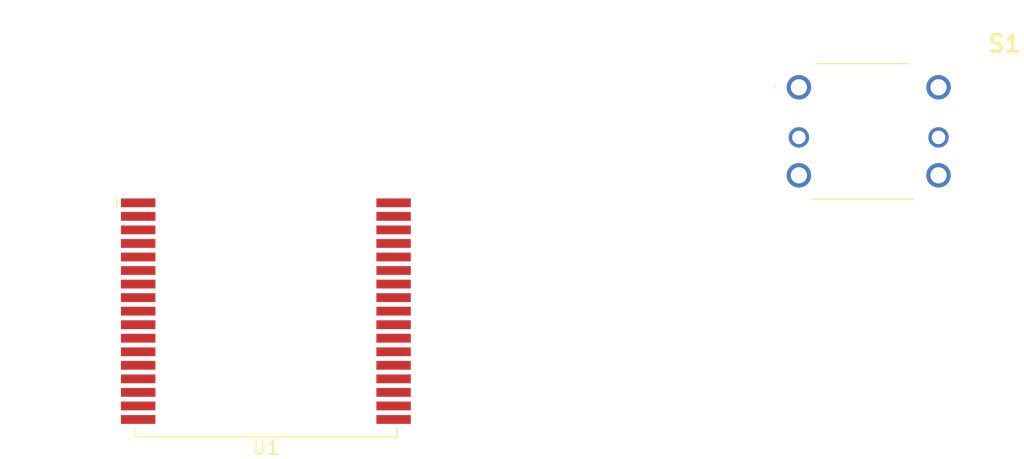
<source format=kicad_pcb>
(kicad_pcb (version 20200829) (generator pcbnew)

  (general
    (thickness 1.6)
  )

  (paper "A4")
  (layers
    (0 "F.Cu" signal)
    (31 "B.Cu" signal)
    (32 "B.Adhes" user)
    (33 "F.Adhes" user)
    (34 "B.Paste" user)
    (35 "F.Paste" user)
    (36 "B.SilkS" user)
    (37 "F.SilkS" user)
    (38 "B.Mask" user)
    (39 "F.Mask" user)
    (40 "Dwgs.User" user)
    (41 "Cmts.User" user)
    (42 "Eco1.User" user)
    (43 "Eco2.User" user)
    (44 "Edge.Cuts" user)
    (45 "Margin" user)
    (46 "B.CrtYd" user)
    (47 "F.CrtYd" user)
    (48 "B.Fab" user)
    (49 "F.Fab" user)
  )

  (setup
    (pcbplotparams
      (layerselection 0x010fc_ffffffff)
      (usegerberextensions false)
      (usegerberattributes true)
      (usegerberadvancedattributes true)
      (creategerberjobfile true)
      (svguseinch false)
      (svgprecision 6)
      (excludeedgelayer true)
      (linewidth 0.100000)
      (plotframeref false)
      (viasonmask false)
      (mode 1)
      (useauxorigin false)
      (hpglpennumber 1)
      (hpglpenspeed 20)
      (hpglpendiameter 15.000000)
      (psnegative false)
      (psa4output false)
      (plotreference true)
      (plotvalue true)
      (plotinvisibletext false)
      (sketchpadsonfab false)
      (subtractmaskfromsilk false)
      (outputformat 1)
      (mirror false)
      (drillshape 1)
      (scaleselection 1)
      (outputdirectory "")
    )
  )


  (net 0 "")
  (net 1 "Net-(U1-Pad32)")
  (net 2 "Net-(U1-Pad31)")
  (net 3 "Net-(U1-Pad30)")
  (net 4 "Net-(U1-Pad25)")
  (net 5 "Net-(U1-Pad22)")
  (net 6 "Net-(U1-Pad21)")
  (net 7 "Net-(U1-Pad19)")
  (net 8 "Net-(U1-Pad16)")
  (net 9 "Net-(U1-Pad5)")
  (net 10 "/SW_D")
  (net 11 "/SW_E")
  (net 12 "GND")
  (net 13 "/SW_C")
  (net 14 "/SW_B")
  (net 15 "/SW_A")
  (net 16 "Net-(J2-Pad4)")
  (net 17 "Net-(J2-Pad2)")
  (net 18 "/SW1")
  (net 19 "/LED3")
  (net 20 "/VCC+3")
  (net 21 "/SDA")
  (net 22 "/SCL")
  (net 23 "Net-(J3-Pad1)")
  (net 24 "Net-(J3-Pad2)")
  (net 25 "Net-(J3-Pad3)")
  (net 26 "Net-(J3-Pad4)")
  (net 27 "Net-(J3-Pad5)")
  (net 28 "Net-(J3-Pad6)")
  (net 29 "/RESET")

  (module "RF_Module:DecaWave_DWM1001" (layer "F.Cu") (tedit 5AE22EC1) (tstamp 49e1ffc1-acff-459f-bdb2-6cd2b1211bfa)
    (at 116.9416 109.3724)
    (descr "https://www.decawave.com/sites/default/files/dwm1001_datasheet.pdf")
    (tags "UWB module")
    (property "Sheet file" "/Users/jonkelley/Development/Olin/RealWorldMicroControllers-FA2020/rwmc-project/packages/mobile-tag/mobile-tag.kicad_sch")
    (property "Sheet name" "")
    (path "/e66377eb-9f93-43b5-8867-9a73497f44cd")
    (attr smd)
    (fp_text reference "U1" (at 0 9.955) (layer "F.SilkS")
      (effects (font (size 1 1) (thickness 0.15)))
      (tstamp 8d7efdc9-7e93-4676-a615-ab7400b45428)
    )
    (fp_text value "DWM1001" (at 0 -18.045) (layer "F.Fab")
      (effects (font (size 1 1) (thickness 0.15)))
      (tstamp 5dc3e5a6-5350-4fa8-ac8c-d7569296a593)
    )
    (fp_text user "No bare Cu" (at 5.645 -8.18) (layer "Cmts.User")
      (effects (font (size 0.15 0.15) (thickness 0.0225)))
      (tstamp 3650e9be-1f81-4b02-9a87-847b64824fbb)
    )
    (fp_text user "No bare Cu" (at -5.665 8.12) (layer "Cmts.User")
      (effects (font (size 0.15 0.15) (thickness 0.0225)))
      (tstamp 6720d710-4d5f-483c-93bf-2e786748e050)
    )
    (fp_text user "KEEP-OUT ZONE" (at 0 -13) (layer "Cmts.User")
      (effects (font (size 1 1) (thickness 0.15)))
      (tstamp 78642ac5-bcef-4fed-84f0-535aeae1c074)
    )
    (fp_text user "No components, traces, or copper on any layer" (at 0 -11.5) (layer "Cmts.User")
      (effects (font (size 0.5 0.5) (thickness 0.075)))
      (tstamp 94597319-f4b5-4f74-b1f4-aa49c5c62a21)
    )
    (fp_text user "${REFERENCE}" (at 0 0) (layer "F.Fab")
      (effects (font (size 1 1) (thickness 0.15)))
      (tstamp 9913ff12-948d-4724-8b8a-37fc1043549e)
    )
    (fp_line (start -11 -7.8) (end -11 -8.46) (layer "F.SilkS") (width 0.12) (tstamp 5d947212-9a7c-4b21-a7d4-85b9a38334de))
    (fp_line (start -9.685 8.46) (end -9.685 9.14) (layer "F.SilkS") (width 0.12) (tstamp 8cf44ce3-77ee-484a-a24c-9ea0188dea84))
    (fp_line (start 9.685 9.14) (end -9.685 9.14) (layer "F.SilkS") (width 0.12) (tstamp 95446593-f7f4-454f-a3e6-3c47c17c0649))
    (fp_line (start 9.685 8.46) (end 9.685 9.14) (layer "F.SilkS") (width 0.12) (tstamp 97aa2b23-a9ed-4651-9c1a-5dfc63749c79))
    (fp_line (start 5.345 -7.88) (end 5.945 -8.48) (layer "Dwgs.User") (width 0.1) (tstamp 073a0bc9-f1d5-4452-b99c-49af5c2de87c))
    (fp_line (start -19.565 -15.11) (end -17.565 -17.11) (layer "Dwgs.User") (width 0.1) (tstamp 1c68afa1-18bf-42bf-bd8f-29f25e2713ef))
    (fp_line (start 3.975 -8.65) (end 12.435 -17.11) (layer "Dwgs.User") (width 0.1) (tstamp 20422d51-b5dd-41ae-97d6-8b69ef4ac829))
    (fp_line (start 19.565 -8.63) (end 19.565 -17.11) (layer "Dwgs.User") (width 0.1) (tstamp 261d5ae1-1a13-41e4-9677-17ade10bb2f2))
    (fp_line (start -0.025 -8.65) (end 8.435 -17.11) (layer "Dwgs.User") (width 0.1) (tstamp 27ac6215-fbd8-413a-8b83-a013dc462b28))
    (fp_line (start -19.565 -13.11) (end -15.565 -17.11) (layer "Dwgs.User") (width 0.1) (tstamp 293a53f7-d2f8-4c45-b99f-7f6f670635cf))
    (fp_line (start -16.025 -8.65) (end -7.565 -17.11) (layer "Dwgs.User") (width 0.1) (tstamp 2db28892-55f9-4030-a35d-2a33c4a07a88))
    (fp_line (start -19.565 -11.11) (end -13.565 -17.11) (layer "Dwgs.User") (width 0.1) (tstamp 398cc42f-3e03-4d91-b522-c82224914236))
    (fp_line (start 5.975 -8.65) (end 14.435 -17.11) (layer "Dwgs.User") (width 0.1) (tstamp 427a47db-4ecd-4dad-8261-1cacf3e6060a))
    (fp_line (start 6.395 -7.88) (end 6.395 -8.48) (layer "Dwgs.User") (width 0.1) (tstamp 4617b858-bdbf-4259-97ad-eae816117f7f))
    (fp_line (start 1.975 -8.65) (end 10.435 -17.11) (layer "Dwgs.User") (width 0.1) (tstamp 47ba18b0-20f1-4611-9c7a-2b2cf2fe259b))
    (fp_line (start -4.025 -8.65) (end 4.435 -17.11) (layer "Dwgs.User") (width 0.1) (tstamp 4b59d9fc-4ee5-4d79-98e7-77b07e018007))
    (fp_line (start 15.975 -8.65) (end 19.565 -12.24) (layer "Dwgs.User") (width 0.1) (tstamp 4bd2c6b1-9781-45c7-9959-11e2f56741c4))
    (fp_line (start -4.915 8.42) (end -6.415 8.42) (layer "Dwgs.User") (width 0.1) (tstamp 5775a0c1-cc18-493c-a5c8-72c4e4bfae5d))
    (fp_line (start -6.415 8.42) (end -6.415 7.82) (layer "Dwgs.User") (width 0.1) (tstamp 5845c514-f591-4952-aeb8-ec5eff33ef90))
    (fp_line (start 9.975 -8.65) (end 18.435 -17.11) (layer "Dwgs.User") (width 0.1) (tstamp 58d71552-70fa-4a3d-b17f-54396fdac22e))
    (fp_line (start -12.025 -8.65) (end -3.565 -17.11) (layer "Dwgs.User") (width 0.1) (tstamp 6931b92d-7036-4d17-aed7-40fdbb10e193))
    (fp_line (start -10.025 -8.65) (end -1.565 -17.11) (layer "Dwgs.User") (width 0.1) (tstamp 6da8da23-da6c-40b0-a653-6bef03a75d20))
    (fp_line (start 6.395 -7.88) (end 4.895 -7.88) (layer "Dwgs.User") (width 0.1) (tstamp 745b2260-c3ba-4f8e-956f-6151d317c986))
    (fp_line (start 13.975 -8.65) (end 19.565 -14.24) (layer "Dwgs.User") (width 0.1) (tstamp 7967864a-06a2-413d-a2e3-996aba10622f))
    (fp_line (start -6.025 -8.65) (end 2.435 -17.11) (layer "Dwgs.User") (width 0.1) (tstamp 80f0bbc4-f596-4110-922d-826eef7703a6))
    (fp_line (start -19.565 -8.63) (end -19.565 -17.11) (layer "Dwgs.User") (width 0.1) (tstamp 88899e1c-24bc-4c95-8e0c-2e53ffebc644))
    (fp_line (start -2.025 -8.65) (end 6.435 -17.11) (layer "Dwgs.User") (width 0.1) (tstamp 9f50ad17-c1be-42a3-b3dc-17c748150943))
    (fp_line (start 4.895 -7.88) (end 4.895 -8.48) (layer "Dwgs.User") (width 0.1) (tstamp a702363f-bf64-459c-9661-c0b25a7ae0d4))
    (fp_line (start 19.565 -8.63) (end -19.565 -8.63) (layer "Dwgs.User") (width 0.1) (tstamp b27a82a4-7f5e-4ea2-8e90-f893928233ff))
    (fp_line (start 19.565 -17.11) (end -19.565 -17.11) (layer "Dwgs.User") (width 0.1) (tstamp b2fed8b3-140d-4b63-bcf0-386378662a3b))
    (fp_line (start 6.395 -8.48) (end 4.895 -8.48) (layer "Dwgs.User") (width 0.1) (tstamp b69bd476-3db7-457c-8670-227d6fdaf7d0))
    (fp_line (start -19.565 -9.11) (end -11.565 -17.11) (layer "Dwgs.User") (width 0.1) (tstamp c359ced3-4780-46d7-b5d4-7ce0801eb3bf))
    (fp_line (start -14.025 -8.65) (end -5.565 -17.11) (layer "Dwgs.User") (width 0.1) (tstamp d80cd5dc-7820-4aba-b851-d4dab334c4cd))
    (fp_line (start 11.975 -8.65) (end 19.565 -16.24) (layer "Dwgs.User") (width 0.1) (tstamp da735a46-f0f3-4704-a188-aae9e119aff2))
    (fp_line (start -8.025 -8.65) (end 0.435 -17.11) (layer "Dwgs.User") (width 0.1) (tstamp e8eea2a6-4a44-4cb7-8f0a-e216c775aadb))
    (fp_line (start -4.915 7.82) (end -6.415 7.82) (layer "Dwgs.User") (width 0.1) (tstamp ec5fa9f5-32c6-4bb4-a209-44b4fddcdb7b))
    (fp_line (start -4.915 8.42) (end -4.915 7.82) (layer "Dwgs.User") (width 0.1) (tstamp ee609a76-8f04-4e03-b0bb-aed694491c3d))
    (fp_line (start -5.965 8.42) (end -5.365 7.82) (layer "Dwgs.User") (width 0.1) (tstamp f7625141-3996-4d8f-a6f5-c64cf6efba25))
    (fp_line (start -18.025 -8.65) (end -9.565 -17.11) (layer "Dwgs.User") (width 0.1) (tstamp fde5c20f-3d49-46e0-8855-836ae47601ee))
    (fp_line (start 17.975 -8.65) (end 19.565 -10.24) (layer "Dwgs.User") (width 0.1) (tstamp fe5530e2-3f54-4043-8f92-09df38cf5d57))
    (fp_line (start 7.975 -8.65) (end 16.435 -17.11) (layer "Dwgs.User") (width 0.1) (tstamp ff1fe720-3f84-431e-80de-0fca754aa00b))
    (fp_line (start -10.94 9.27) (end 10.94 9.27) (layer "F.CrtYd") (width 0.05) (tstamp 0b7d8793-598a-4ee4-a0bd-0f8b7f0d9ff5))
    (fp_line (start -10.94 -17.36) (end -10.94 9.27) (layer "F.CrtYd") (width 0.05) (tstamp 0d6a9069-ceef-4b86-a886-c9765a42c265))
    (fp_line (start 10.94 -17.36) (end 10.94 9.27) (layer "F.CrtYd") (width 0.05) (tstamp 572806d5-1309-4b93-b85e-84956663a9c4))
    (fp_line (start -10.94 -17.36) (end 10.94 -17.36) (layer "F.CrtYd") (width 0.05) (tstamp 85c0ccbb-b2a0-4ab4-b51b-c34ace4c8e44))
    (fp_line (start -8.265 -8.25) (end -8.265 8.25) (layer "F.Fab") (width 0.1) (tstamp 074410c7-3025-40e2-912a-03afe10cf557))
    (fp_line (start 9.565 -8.63) (end -9.565 -8.63) (layer "F.Fab") (width 0.1) (tstamp 15cca62c-d37d-4aaf-b5e7-ff7d825f17cd))
    (fp_line (start -9.565 9.02) (end -9.565 -7.63) (layer "F.Fab") (width 0.1) (tstamp 25e2f26a-b8cc-451f-a41d-b3743e81eba4))
    (fp_line (start -9.565 -8.63) (end -9.565 -17.11) (layer "F.Fab") (width 0.1) (tstamp 380ac133-3d4b-444b-b8e1-36e49352fe27))
    (fp_line (start 9.565 9.02) (end 9.565 -17.11) (layer "F.Fab") (width 0.1) (tstamp 681074c8-48a2-403a-bb30-8cec22e3e44c))
    (fp_line (start 9.565 -17.11) (end -9.565 -17.11) (layer "F.Fab") (width 0.1) (tstamp 83f30dd8-49c4-47cd-917d-590ba0850093))
    (fp_line (start -9.565 -8.63) (end -9.065 -8.13) (layer "F.Fab") (width 0.1) (tstamp 9a168d14-6932-4c7d-9d91-4d4ec5e66aa2))
    (fp_line (start 8.235 -8.25) (end 8.235 8.25) (layer "F.Fab") (width 0.1) (tstamp 9cc86396-6e72-4587-bc79-b010ebd43767))
    (fp_line (start -9.065 -8.13) (end -9.565 -7.63) (layer "F.Fab") (width 0.1) (tstamp 9deeb2cd-47ab-4528-aa8c-53a3ac6dc8ac))
    (fp_line (start -8.265 8.25) (end 8.235 8.25) (layer "F.Fab") (width 0.1) (tstamp c878f2d2-d9b6-4a2c-b83d-82d8b90d326d))
    (fp_line (start -8.265 -8.25) (end 8.235 -8.25) (layer "F.Fab") (width 0.1) (tstamp ce3c7f0b-b8b1-44f7-96bb-6693d8b26e87))
    (fp_line (start 9.565 9.02) (end -9.565 9.02) (layer "F.Fab") (width 0.1) (tstamp d730c7ae-5457-4682-90c2-551d00f6706e))
    (pad "" np_thru_hole circle (at -2.435 6.82) (size 1 1) (drill 1) (layers *.Cu *.Mask) (tstamp 67b3bc8a-6714-4234-88fc-d2a53ff5dc53))
    (pad "1" smd rect (at -9.42 -8.13) (size 2.54 0.65) (layers "F.Cu" "F.Paste" "F.Mask")
      (net 12 "GND") (pinfunction "GND") (tstamp 8cda1587-adae-41d5-a027-41360afe2cee))
    (pad "2" smd rect (at -9.42 -7.13) (size 2.54 0.65) (layers "F.Cu" "F.Paste" "F.Mask")
      (net 16 "Net-(J2-Pad4)") (pinfunction "SWD_CLK") (tstamp f1b89a5f-0edc-487d-8ab2-c46a4b83538e))
    (pad "3" smd rect (at -9.42 -6.13) (size 2.54 0.65) (layers "F.Cu" "F.Paste" "F.Mask")
      (net 17 "Net-(J2-Pad2)") (pinfunction "SWD_DIO") (tstamp 7007e422-a42a-4d83-a6cf-95d33400e3c6))
    (pad "4" smd rect (at -9.42 -5.13) (size 2.54 0.65) (layers "F.Cu" "F.Paste" "F.Mask")
      (net 15 "/SW_A") (pinfunction "GPIO_10") (tstamp 316901d4-25e1-4b6e-b8e9-531508e7dd18))
    (pad "5" smd rect (at -9.42 -4.13) (size 2.54 0.65) (layers "F.Cu" "F.Paste" "F.Mask")
      (net 9 "Net-(U1-Pad5)") (pinfunction "GPIO_9") (tstamp 0a75495d-5dd9-4fe4-8612-b90ccfff2cc0))
    (pad "6" smd rect (at -9.42 -3.13) (size 2.54 0.65) (layers "F.Cu" "F.Paste" "F.Mask")
      (net 14 "/SW_B") (pinfunction "GPIO_12") (tstamp f1b87a5f-2b49-4e45-b733-4b3a25679d39))
    (pad "7" smd rect (at -9.42 -2.13) (size 2.54 0.65) (layers "F.Cu" "F.Paste" "F.Mask")
      (net 10 "/SW_D") (pinfunction "GPIO_14") (tstamp d8526c62-722b-4596-9d87-361717ac6ef6))
    (pad "8" smd rect (at -9.42 -1.13) (size 2.54 0.65) (layers "F.Cu" "F.Paste" "F.Mask")
      (net 18 "/SW1") (pinfunction "GPIO_22") (tstamp e0259486-6d3e-4e2a-9c64-7d7f7ca6aa0d))
    (pad "9" smd rect (at -9.42 -0.13) (size 2.54 0.65) (layers "F.Cu" "F.Paste" "F.Mask")
      (net 19 "/LED3") (pinfunction "GPIO_31") (tstamp 485e3d47-a987-41a2-ae0c-4e95b3d3b963))
    (pad "10" smd rect (at -9.42 0.87) (size 2.54 0.65) (layers "F.Cu" "F.Paste" "F.Mask")
      (net 19 "/LED3") (pinfunction "GPIO_30") (tstamp c637c8cf-241e-4393-80d2-5f6d972f2de3))
    (pad "11" smd rect (at -9.42 1.87) (size 2.54 0.65) (layers "F.Cu" "F.Paste" "F.Mask")
      (net 12 "GND") (pinfunction "GND") (tstamp 340c44da-3229-40ce-830a-544d2935790f))
    (pad "12" smd rect (at -9.42 2.87) (size 2.54 0.65) (layers "F.Cu" "F.Paste" "F.Mask")
      (net 20 "/VCC+3") (pinfunction "VCC") (tstamp b4b17988-b950-4ef1-b5bc-d72cae3731a4))
    (pad "13" smd rect (at -9.42 3.87) (size 2.54 0.65) (layers "F.Cu" "F.Paste" "F.Mask")
      (net 19 "/LED3") (pinfunction "GPIO_27") (tstamp 4c83f661-c57c-4411-9777-1cdc45739d58))
    (pad "14" smd rect (at -9.42 4.87) (size 2.54 0.65) (layers "F.Cu" "F.Paste" "F.Mask")
      (net 21 "/SDA") (pinfunction "I2C_SDA") (tstamp 67db2935-b53b-4908-baeb-c7b1b6a66ef8))
    (pad "15" smd rect (at -9.42 5.87) (size 2.54 0.65) (layers "F.Cu" "F.Paste" "F.Mask")
      (net 22 "/SCL") (pinfunction "I2C_SCL") (tstamp f4dadbee-aa2c-46d7-865b-2c752c40ac37))
    (pad "16" smd rect (at -9.42 6.87) (size 2.54 0.65) (layers "F.Cu" "F.Paste" "F.Mask")
      (net 8 "Net-(U1-Pad16)") (pinfunction "GPIO_23") (tstamp 1454f682-fe33-45da-9fed-b2ff9fa2f33c))
    (pad "17" smd rect (at -9.42 7.87) (size 2.54 0.65) (layers "F.Cu" "F.Paste" "F.Mask")
      (net 13 "/SW_C") (pinfunction "GPIO_13") (tstamp 7cb8b0e5-4824-4eb1-89b4-f3d0d1ab9357))
    (pad "18" smd rect (at 9.42 7.87) (size 2.54 0.65) (layers "F.Cu" "F.Paste" "F.Mask")
      (net 23 "Net-(J3-Pad1)") (pinfunction "UART_RX") (tstamp e8d1ab0a-f345-4f8f-8935-43d6b6a3f118))
    (pad "19" smd rect (at 9.42 6.87) (size 2.54 0.65) (layers "F.Cu" "F.Paste" "F.Mask")
      (net 7 "Net-(U1-Pad19)") (pinfunction "READY") (tstamp 7d919899-c4c1-4789-8827-d22d9a8d14d7))
    (pad "20" smd rect (at 9.42 5.87) (size 2.54 0.65) (layers "F.Cu" "F.Paste" "F.Mask")
      (net 24 "Net-(J3-Pad2)") (pinfunction "UART_TX") (tstamp 2d6f3b81-f7cc-411c-b534-1657581a7751))
    (pad "21" smd rect (at 9.42 4.87) (size 2.54 0.65) (layers "F.Cu" "F.Paste" "F.Mask")
      (net 6 "Net-(U1-Pad21)") (pinfunction "GPIO_1") (tstamp e674893a-44b5-4a35-856c-370e4f8ef6f3))
    (pad "22" smd rect (at 9.42 3.87) (size 2.54 0.65) (layers "F.Cu" "F.Paste" "F.Mask")
      (net 5 "Net-(U1-Pad22)") (pinfunction "GPIO_0") (tstamp 59df5842-06bc-41eb-9ffa-de457e2cb0f3))
    (pad "23" smd rect (at 9.42 2.87) (size 2.54 0.65) (layers "F.Cu" "F.Paste" "F.Mask")
      (net 11 "/SW_E") (pinfunction "GPIO_15") (tstamp ca2f84e6-6eab-4379-83c1-105531fb068f))
    (pad "24" smd rect (at 9.42 1.87) (size 2.54 0.65) (layers "F.Cu" "F.Paste" "F.Mask")
      (net 12 "GND") (pinfunction "GND") (tstamp 249c41c6-39e6-4026-9a06-eec2d6f53a02))
    (pad "25" smd rect (at 9.42 0.87) (size 2.54 0.65) (layers "F.Cu" "F.Paste" "F.Mask")
      (net 4 "Net-(U1-Pad25)") (pinfunction "GPIO_8") (tstamp 1bb01725-857e-459f-bc71-bc3d2c224725))
    (pad "26" smd rect (at 9.42 -0.13) (size 2.54 0.65) (layers "F.Cu" "F.Paste" "F.Mask")
      (net 25 "Net-(J3-Pad3)") (pinfunction "SPIS_MISO") (tstamp e5e8fdf5-4287-4f18-bfd8-7a302f8de5b8))
    (pad "27" smd rect (at 9.42 -1.13) (size 2.54 0.65) (layers "F.Cu" "F.Paste" "F.Mask")
      (net 26 "Net-(J3-Pad4)") (pinfunction "SPIS_MOSI") (tstamp 7fc8b4f4-da5c-4fa9-a1af-0b3bca1265b2))
    (pad "28" smd rect (at 9.42 -2.13) (size 2.54 0.65) (layers "F.Cu" "F.Paste" "F.Mask")
      (net 27 "Net-(J3-Pad5)") (pinfunction "SPIS_CLK") (tstamp f88e61e7-f155-407a-9b8e-778fa2ab15e3))
    (pad "29" smd rect (at 9.42 -3.13) (size 2.54 0.65) (layers "F.Cu" "F.Paste" "F.Mask")
      (net 28 "Net-(J3-Pad6)") (pinfunction "~SPIS_CS") (tstamp 3d517ef3-7f0b-403a-afad-696674171e67))
    (pad "30" smd rect (at 9.42 -4.13) (size 2.54 0.65) (layers "F.Cu" "F.Paste" "F.Mask")
      (net 3 "Net-(U1-Pad30)") (pinfunction "GPIO_3") (tstamp 1513ddf8-d660-45c9-9b00-bcbe32a79015))
    (pad "31" smd rect (at 9.42 -5.13) (size 2.54 0.65) (layers "F.Cu" "F.Paste" "F.Mask")
      (net 2 "Net-(U1-Pad31)") (pinfunction "GPIO_2") (tstamp 825eacd5-2587-4bc7-aaff-2b9fbe3044a0))
    (pad "32" smd rect (at 9.42 -6.13) (size 2.54 0.65) (layers "F.Cu" "F.Paste" "F.Mask")
      (net 1 "Net-(U1-Pad32)") (pinfunction "BT_WAKE_UP") (tstamp c79aa5f5-98d0-4183-a07c-7e5ec0fb1974))
    (pad "33" smd rect (at 9.42 -7.13) (size 2.54 0.65) (layers "F.Cu" "F.Paste" "F.Mask")
      (net 29 "/RESET") (pinfunction "~RESET") (tstamp 1ca78276-2b65-4414-9acc-e77d4638a4b8))
    (pad "34" smd rect (at 9.42 -8.13) (size 2.54 0.65) (layers "F.Cu" "F.Paste" "F.Mask")
      (net 12 "GND") (pinfunction "GND") (tstamp c9d5c63e-abf1-4572-89f4-27722e93428f))
    (model "${KISYS3DMOD}/RF_Module.3dshapes/DecaWave_DWM1001.wrl"
      (offset (xyz 0 0 0))
      (scale (xyz 1 1 1))
      (rotate (xyz 0 0 0))
    )
  )

  (module "Components:SKQUCAA010" (layer "F.Cu") (tedit 5F8D0E00) (tstamp 762cd66c-8750-477a-9b14-ea01491c8a4f)
    (at 156.2608 92.71)
    (descr "SKQUCAA010-3")
    (tags "Switch")
    (property "Arrow Part Number" "")
    (property "Arrow Price/Stock" "")
    (property "Description" "Alps, SKQUCAA010, 2 Way Joystick Switch Plunger, Momentary, 12V dc")
    (property "Height" "10")
    (property "Manufacturer_Name" "ALPS")
    (property "Manufacturer_Part_Number" "SKQUCAA010")
    (property "Mouser Part Number" "688-SKQUCA")
    (property "Mouser Price/Stock" "https://www.mouser.co.uk/ProductDetail/ALPS/SKQUCAA010?qs=N5Jky1br14PIN8L1H%2F2niA%3D%3D")
    (property "Sheet file" "/Users/jonkelley/Development/Olin/RealWorldMicroControllers-FA2020/rwmc-project/packages/mobile-tag/mobile-tag.kicad_sch")
    (property "Sheet name" "")
    (path "/2d434a5c-e294-4f8f-b380-2fc5f1da8edb")
    (attr through_hole)
    (fp_text reference "S1" (at 15.1638 -3.2004) (layer "F.SilkS")
      (effects (font (size 1.27 1.27) (thickness 0.254)))
      (tstamp f7eb7c92-d6de-432c-b32f-139415fa1d6d)
    )
    (fp_text value "SKQUCAA010" (at 5.334 -5.3594) (layer "F.SilkS") hide
      (effects (font (size 1.27 1.27) (thickness 0.254)))
      (tstamp f26caac8-40be-49e9-800b-c72f52fac3b8)
    )
    (fp_text user "${REFERENCE}" (at 14.4272 -5.2578) (layer "F.Fab")
      (effects (font (size 1.27 1.27) (thickness 0.254)))
      (tstamp 5b02db84-f629-4c08-ba8e-25409a947cdc)
    )
    (fp_line (start 0.95 8.25) (end 8.45 8.25) (layer "F.SilkS") (width 0.1) (tstamp 0ad3ffe7-d117-4ea2-8386-0be3512d4925))
    (fp_line (start -1.85 -0.05) (end -1.85 -0.05) (layer "F.SilkS") (width 0.1) (tstamp 19de620a-c2f8-448a-ac7f-c75057283d9d))
    (fp_line (start -1.75 -0.05) (end -1.75 -0.05) (layer "F.SilkS") (width 0.1) (tstamp 1c309038-288d-43b3-8a1e-022ddebbf8e0))
    (fp_line (start 1.25 -1.75) (end 8.15 -1.75) (layer "F.SilkS") (width 0.1) (tstamp dcf1fc01-bdf0-48e1-ac4b-777c634d0091))
    (fp_arc (start -1.8 -0.05) (end -1.85 -0.05) (angle -180) (layer "F.SilkS") (width 0.1) (tstamp 58109099-48cd-440b-83a7-d00aca89711c))
    (fp_arc (start -1.8 -0.05) (end -1.75 -0.05) (angle -180) (layer "F.SilkS") (width 0.1) (tstamp 6ce2d3cd-7b43-49ff-bcb3-a0b0be82e5a4))
    (fp_line (start -2.85 9.25) (end -2.85 -2.75) (layer "F.CrtYd") (width 0.1) (tstamp 3b0cfba2-843d-4c9d-8a86-9adfc8771cb7))
    (fp_line (start 12.2 -2.75) (end 12.2 9.25) (layer "F.CrtYd") (width 0.1) (tstamp 98eba83b-6ef8-4d32-970f-9e13e3d9f48a))
    (fp_line (start 12.2 9.25) (end -2.85 9.25) (layer "F.CrtYd") (width 0.1) (tstamp a4aec6e1-4cea-4ff3-a340-c5fa7293b777))
    (fp_line (start -2.85 -2.75) (end 12.2 -2.75) (layer "F.CrtYd") (width 0.1) (tstamp d5e8da86-a265-4fb2-9d1d-7700e7be242b))
    (fp_line (start 10.15 8.25) (end 0.15 8.25) (layer "F.Fab") (width 0.2) (tstamp 05e0f228-8c96-46c9-a75d-45b48279ac4d))
    (fp_line (start 10.15 -1.75) (end 10.15 8.25) (layer "F.Fab") (width 0.2) (tstamp 4e744020-1aba-43a6-940b-e786d4b25a67))
    (fp_line (start 0.15 -1.75) (end 10.15 -1.75) (layer "F.Fab") (width 0.2) (tstamp 8cb0cdb8-6a39-4d1e-98dc-af993404de38))
    (fp_line (start 0.15 8.25) (end 0.15 -1.75) (layer "F.Fab") (width 0.2) (tstamp e252fcdf-b105-4eb3-8fee-80cd51116b2c))
    (pad "1" thru_hole circle (at 0 0) (size 1.8 1.8) (drill 1.2) (layers *.Cu *.Mask)
      (net 15 "/SW_A") (pinfunction "1") (tstamp 4dba87e4-a236-453e-a8c0-edcbacf2db57))
    (pad "2" thru_hole circle (at 0 3.7) (size 1.5 1.5) (drill 1) (layers *.Cu *.Mask)
      (net 14 "/SW_B") (pinfunction "2") (tstamp 57b45d5d-5d8f-484f-be81-1c8f2c31b0b9))
    (pad "3" thru_hole circle (at 0 6.5) (size 1.8 1.8) (drill 1.2) (layers *.Cu *.Mask)
      (net 13 "/SW_C") (pinfunction "3") (tstamp 9e18a11a-c1af-4e89-80e9-b6cade6efe3d))
    (pad "4" thru_hole circle (at 10.3 6.5) (size 1.8 1.8) (drill 1.2) (layers *.Cu *.Mask)
      (net 12 "GND") (pinfunction "4") (tstamp 451ad40b-da05-4547-8022-f3eac02d4b26))
    (pad "5" thru_hole circle (at 10.3 3.7) (size 1.5 1.5) (drill 1) (layers *.Cu *.Mask)
      (net 11 "/SW_E") (pinfunction "5") (tstamp 39b98ee6-78aa-4724-a428-6b8664d98546))
    (pad "6" thru_hole circle (at 10.3 0) (size 1.8 1.8) (drill 1.2) (layers *.Cu *.Mask)
      (net 10 "/SW_D") (pinfunction "6") (tstamp 5a8de6ec-6f05-42a9-8dce-278edfe237aa))
    (model "SKQUCAA010.stp"
      (offset (xyz 0 0 0))
      (scale (xyz 1 1 1))
      (rotate (xyz 0 0 0))
    )
  )

)

</source>
